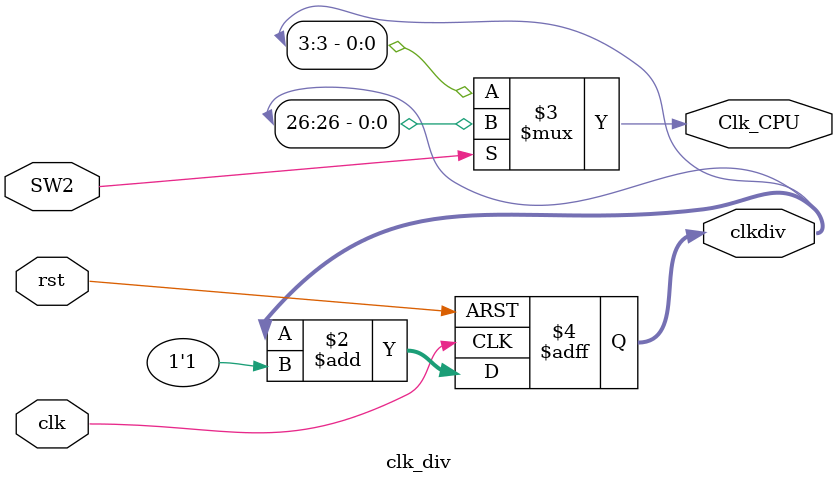
<source format=v>
`timescale 1ns / 1ps
module clk_div(input clk,
					input rst,
					input SW2,
					output reg[31:0]clkdiv,
					output Clk_CPU
					);
					
// Clock divider-ʱ�ӷ�Ƶ��


	always @ (posedge clk or posedge rst) begin 
		if (rst) clkdiv <= 0; else clkdiv <= clkdiv + 1'b1; end
		
	assign Clk_CPU=(SW2)? clkdiv[26] : clkdiv[3];
		
endmodule

</source>
